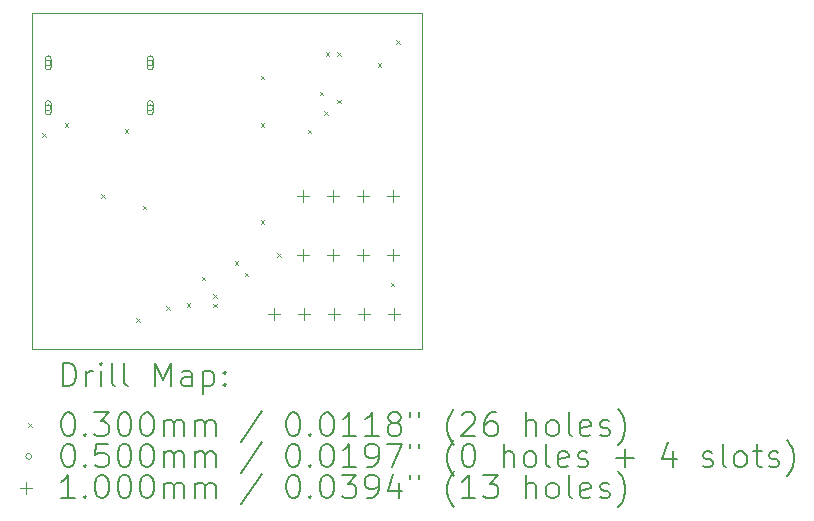
<source format=gbr>
%TF.GenerationSoftware,KiCad,Pcbnew,9.0.7*%
%TF.CreationDate,2026-02-19T23:59:13-05:00*%
%TF.ProjectId,usb_c_sensor_breakout,7573625f-635f-4736-956e-736f725f6272,rev?*%
%TF.SameCoordinates,Original*%
%TF.FileFunction,Drillmap*%
%TF.FilePolarity,Positive*%
%FSLAX45Y45*%
G04 Gerber Fmt 4.5, Leading zero omitted, Abs format (unit mm)*
G04 Created by KiCad (PCBNEW 9.0.7) date 2026-02-19 23:59:13*
%MOMM*%
%LPD*%
G01*
G04 APERTURE LIST*
%ADD10C,0.050000*%
%ADD11C,0.200000*%
%ADD12C,0.100000*%
G04 APERTURE END LIST*
D10*
X12350000Y-6150000D02*
X15650000Y-6150000D01*
X15650000Y-9000000D01*
X12350000Y-9000000D01*
X12350000Y-6150000D01*
D11*
D12*
X12435000Y-7170000D02*
X12465000Y-7200000D01*
X12465000Y-7170000D02*
X12435000Y-7200000D01*
X12628000Y-7085000D02*
X12658000Y-7115000D01*
X12658000Y-7085000D02*
X12628000Y-7115000D01*
X12935000Y-7685000D02*
X12965000Y-7715000D01*
X12965000Y-7685000D02*
X12935000Y-7715000D01*
X13135000Y-7135000D02*
X13165000Y-7165000D01*
X13165000Y-7135000D02*
X13135000Y-7165000D01*
X13231961Y-8738039D02*
X13261961Y-8768039D01*
X13261961Y-8738039D02*
X13231961Y-8768039D01*
X13285000Y-7785000D02*
X13315000Y-7815000D01*
X13315000Y-7785000D02*
X13285000Y-7815000D01*
X13485000Y-8635000D02*
X13515000Y-8665000D01*
X13515000Y-8635000D02*
X13485000Y-8665000D01*
X13660000Y-8610000D02*
X13690000Y-8640000D01*
X13690000Y-8610000D02*
X13660000Y-8640000D01*
X13785000Y-8385000D02*
X13815000Y-8415000D01*
X13815000Y-8385000D02*
X13785000Y-8415000D01*
X13885000Y-8532500D02*
X13915000Y-8562500D01*
X13915000Y-8532500D02*
X13885000Y-8562500D01*
X13885000Y-8612500D02*
X13915000Y-8642500D01*
X13915000Y-8612500D02*
X13885000Y-8642500D01*
X14066569Y-8253431D02*
X14096569Y-8283431D01*
X14096569Y-8253431D02*
X14066569Y-8283431D01*
X14149497Y-8350502D02*
X14179497Y-8380502D01*
X14179497Y-8350502D02*
X14149497Y-8380502D01*
X14285000Y-6685000D02*
X14315000Y-6715000D01*
X14315000Y-6685000D02*
X14285000Y-6715000D01*
X14285000Y-7085000D02*
X14315000Y-7115000D01*
X14315000Y-7085000D02*
X14285000Y-7115000D01*
X14285000Y-7905000D02*
X14315000Y-7935000D01*
X14315000Y-7905000D02*
X14285000Y-7935000D01*
X14425100Y-8185000D02*
X14455100Y-8215000D01*
X14455100Y-8185000D02*
X14425100Y-8215000D01*
X14685000Y-7140000D02*
X14715000Y-7170000D01*
X14715000Y-7140000D02*
X14685000Y-7170000D01*
X14785000Y-6820000D02*
X14815000Y-6850000D01*
X14815000Y-6820000D02*
X14785000Y-6850000D01*
X14822500Y-6985000D02*
X14852500Y-7015000D01*
X14852500Y-6985000D02*
X14822500Y-7015000D01*
X14835000Y-6485000D02*
X14865000Y-6515000D01*
X14865000Y-6485000D02*
X14835000Y-6515000D01*
X14935000Y-6485000D02*
X14965000Y-6515000D01*
X14965000Y-6485000D02*
X14935000Y-6515000D01*
X14935000Y-6885000D02*
X14965000Y-6915000D01*
X14965000Y-6885000D02*
X14935000Y-6915000D01*
X15278000Y-6578000D02*
X15308000Y-6608000D01*
X15308000Y-6578000D02*
X15278000Y-6608000D01*
X15385000Y-8435000D02*
X15415000Y-8465000D01*
X15415000Y-8435000D02*
X15385000Y-8465000D01*
X15435000Y-6385000D02*
X15465000Y-6415000D01*
X15465000Y-6385000D02*
X15435000Y-6415000D01*
X12511000Y-6575000D02*
G75*
G02*
X12461000Y-6575000I-25000J0D01*
G01*
X12461000Y-6575000D02*
G75*
G02*
X12511000Y-6575000I25000J0D01*
G01*
X12511000Y-6610000D02*
X12511000Y-6540000D01*
X12461000Y-6540000D02*
G75*
G02*
X12511000Y-6540000I25000J0D01*
G01*
X12461000Y-6540000D02*
X12461000Y-6610000D01*
X12461000Y-6610000D02*
G75*
G03*
X12511000Y-6610000I25000J0D01*
G01*
X12511000Y-6955000D02*
G75*
G02*
X12461000Y-6955000I-25000J0D01*
G01*
X12461000Y-6955000D02*
G75*
G02*
X12511000Y-6955000I25000J0D01*
G01*
X12511000Y-6990000D02*
X12511000Y-6920000D01*
X12461000Y-6920000D02*
G75*
G02*
X12511000Y-6920000I25000J0D01*
G01*
X12461000Y-6920000D02*
X12461000Y-6990000D01*
X12461000Y-6990000D02*
G75*
G03*
X12511000Y-6990000I25000J0D01*
G01*
X13375000Y-6575000D02*
G75*
G02*
X13325000Y-6575000I-25000J0D01*
G01*
X13325000Y-6575000D02*
G75*
G02*
X13375000Y-6575000I25000J0D01*
G01*
X13375000Y-6610000D02*
X13375000Y-6540000D01*
X13325000Y-6540000D02*
G75*
G02*
X13375000Y-6540000I25000J0D01*
G01*
X13325000Y-6540000D02*
X13325000Y-6610000D01*
X13325000Y-6610000D02*
G75*
G03*
X13375000Y-6610000I25000J0D01*
G01*
X13375000Y-6955000D02*
G75*
G02*
X13325000Y-6955000I-25000J0D01*
G01*
X13325000Y-6955000D02*
G75*
G02*
X13375000Y-6955000I25000J0D01*
G01*
X13375000Y-6990000D02*
X13375000Y-6920000D01*
X13325000Y-6920000D02*
G75*
G02*
X13375000Y-6920000I25000J0D01*
G01*
X13325000Y-6920000D02*
X13325000Y-6990000D01*
X13325000Y-6990000D02*
G75*
G03*
X13375000Y-6990000I25000J0D01*
G01*
X14396000Y-8650000D02*
X14396000Y-8750000D01*
X14346000Y-8700000D02*
X14446000Y-8700000D01*
X14646000Y-7650000D02*
X14646000Y-7750000D01*
X14596000Y-7700000D02*
X14696000Y-7700000D01*
X14646000Y-8150000D02*
X14646000Y-8250000D01*
X14596000Y-8200000D02*
X14696000Y-8200000D01*
X14650000Y-8650000D02*
X14650000Y-8750000D01*
X14600000Y-8700000D02*
X14700000Y-8700000D01*
X14900000Y-7650000D02*
X14900000Y-7750000D01*
X14850000Y-7700000D02*
X14950000Y-7700000D01*
X14900000Y-8150000D02*
X14900000Y-8250000D01*
X14850000Y-8200000D02*
X14950000Y-8200000D01*
X14904000Y-8650000D02*
X14904000Y-8750000D01*
X14854000Y-8700000D02*
X14954000Y-8700000D01*
X15154000Y-7650000D02*
X15154000Y-7750000D01*
X15104000Y-7700000D02*
X15204000Y-7700000D01*
X15154000Y-8150000D02*
X15154000Y-8250000D01*
X15104000Y-8200000D02*
X15204000Y-8200000D01*
X15158000Y-8650000D02*
X15158000Y-8750000D01*
X15108000Y-8700000D02*
X15208000Y-8700000D01*
X15408000Y-7650000D02*
X15408000Y-7750000D01*
X15358000Y-7700000D02*
X15458000Y-7700000D01*
X15408000Y-8150000D02*
X15408000Y-8250000D01*
X15358000Y-8200000D02*
X15458000Y-8200000D01*
X15412000Y-8650000D02*
X15412000Y-8750000D01*
X15362000Y-8700000D02*
X15462000Y-8700000D01*
D11*
X12608277Y-9313984D02*
X12608277Y-9113984D01*
X12608277Y-9113984D02*
X12655896Y-9113984D01*
X12655896Y-9113984D02*
X12684467Y-9123508D01*
X12684467Y-9123508D02*
X12703515Y-9142555D01*
X12703515Y-9142555D02*
X12713039Y-9161603D01*
X12713039Y-9161603D02*
X12722562Y-9199698D01*
X12722562Y-9199698D02*
X12722562Y-9228270D01*
X12722562Y-9228270D02*
X12713039Y-9266365D01*
X12713039Y-9266365D02*
X12703515Y-9285412D01*
X12703515Y-9285412D02*
X12684467Y-9304460D01*
X12684467Y-9304460D02*
X12655896Y-9313984D01*
X12655896Y-9313984D02*
X12608277Y-9313984D01*
X12808277Y-9313984D02*
X12808277Y-9180650D01*
X12808277Y-9218746D02*
X12817801Y-9199698D01*
X12817801Y-9199698D02*
X12827324Y-9190174D01*
X12827324Y-9190174D02*
X12846372Y-9180650D01*
X12846372Y-9180650D02*
X12865420Y-9180650D01*
X12932086Y-9313984D02*
X12932086Y-9180650D01*
X12932086Y-9113984D02*
X12922562Y-9123508D01*
X12922562Y-9123508D02*
X12932086Y-9133031D01*
X12932086Y-9133031D02*
X12941610Y-9123508D01*
X12941610Y-9123508D02*
X12932086Y-9113984D01*
X12932086Y-9113984D02*
X12932086Y-9133031D01*
X13055896Y-9313984D02*
X13036848Y-9304460D01*
X13036848Y-9304460D02*
X13027324Y-9285412D01*
X13027324Y-9285412D02*
X13027324Y-9113984D01*
X13160658Y-9313984D02*
X13141610Y-9304460D01*
X13141610Y-9304460D02*
X13132086Y-9285412D01*
X13132086Y-9285412D02*
X13132086Y-9113984D01*
X13389229Y-9313984D02*
X13389229Y-9113984D01*
X13389229Y-9113984D02*
X13455896Y-9256841D01*
X13455896Y-9256841D02*
X13522562Y-9113984D01*
X13522562Y-9113984D02*
X13522562Y-9313984D01*
X13703515Y-9313984D02*
X13703515Y-9209222D01*
X13703515Y-9209222D02*
X13693991Y-9190174D01*
X13693991Y-9190174D02*
X13674943Y-9180650D01*
X13674943Y-9180650D02*
X13636848Y-9180650D01*
X13636848Y-9180650D02*
X13617801Y-9190174D01*
X13703515Y-9304460D02*
X13684467Y-9313984D01*
X13684467Y-9313984D02*
X13636848Y-9313984D01*
X13636848Y-9313984D02*
X13617801Y-9304460D01*
X13617801Y-9304460D02*
X13608277Y-9285412D01*
X13608277Y-9285412D02*
X13608277Y-9266365D01*
X13608277Y-9266365D02*
X13617801Y-9247317D01*
X13617801Y-9247317D02*
X13636848Y-9237793D01*
X13636848Y-9237793D02*
X13684467Y-9237793D01*
X13684467Y-9237793D02*
X13703515Y-9228270D01*
X13798753Y-9180650D02*
X13798753Y-9380650D01*
X13798753Y-9190174D02*
X13817801Y-9180650D01*
X13817801Y-9180650D02*
X13855896Y-9180650D01*
X13855896Y-9180650D02*
X13874943Y-9190174D01*
X13874943Y-9190174D02*
X13884467Y-9199698D01*
X13884467Y-9199698D02*
X13893991Y-9218746D01*
X13893991Y-9218746D02*
X13893991Y-9275889D01*
X13893991Y-9275889D02*
X13884467Y-9294936D01*
X13884467Y-9294936D02*
X13874943Y-9304460D01*
X13874943Y-9304460D02*
X13855896Y-9313984D01*
X13855896Y-9313984D02*
X13817801Y-9313984D01*
X13817801Y-9313984D02*
X13798753Y-9304460D01*
X13979705Y-9294936D02*
X13989229Y-9304460D01*
X13989229Y-9304460D02*
X13979705Y-9313984D01*
X13979705Y-9313984D02*
X13970182Y-9304460D01*
X13970182Y-9304460D02*
X13979705Y-9294936D01*
X13979705Y-9294936D02*
X13979705Y-9313984D01*
X13979705Y-9190174D02*
X13989229Y-9199698D01*
X13989229Y-9199698D02*
X13979705Y-9209222D01*
X13979705Y-9209222D02*
X13970182Y-9199698D01*
X13970182Y-9199698D02*
X13979705Y-9190174D01*
X13979705Y-9190174D02*
X13979705Y-9209222D01*
D12*
X12317500Y-9627500D02*
X12347500Y-9657500D01*
X12347500Y-9627500D02*
X12317500Y-9657500D01*
D11*
X12646372Y-9533984D02*
X12665420Y-9533984D01*
X12665420Y-9533984D02*
X12684467Y-9543508D01*
X12684467Y-9543508D02*
X12693991Y-9553031D01*
X12693991Y-9553031D02*
X12703515Y-9572079D01*
X12703515Y-9572079D02*
X12713039Y-9610174D01*
X12713039Y-9610174D02*
X12713039Y-9657793D01*
X12713039Y-9657793D02*
X12703515Y-9695889D01*
X12703515Y-9695889D02*
X12693991Y-9714936D01*
X12693991Y-9714936D02*
X12684467Y-9724460D01*
X12684467Y-9724460D02*
X12665420Y-9733984D01*
X12665420Y-9733984D02*
X12646372Y-9733984D01*
X12646372Y-9733984D02*
X12627324Y-9724460D01*
X12627324Y-9724460D02*
X12617801Y-9714936D01*
X12617801Y-9714936D02*
X12608277Y-9695889D01*
X12608277Y-9695889D02*
X12598753Y-9657793D01*
X12598753Y-9657793D02*
X12598753Y-9610174D01*
X12598753Y-9610174D02*
X12608277Y-9572079D01*
X12608277Y-9572079D02*
X12617801Y-9553031D01*
X12617801Y-9553031D02*
X12627324Y-9543508D01*
X12627324Y-9543508D02*
X12646372Y-9533984D01*
X12798753Y-9714936D02*
X12808277Y-9724460D01*
X12808277Y-9724460D02*
X12798753Y-9733984D01*
X12798753Y-9733984D02*
X12789229Y-9724460D01*
X12789229Y-9724460D02*
X12798753Y-9714936D01*
X12798753Y-9714936D02*
X12798753Y-9733984D01*
X12874943Y-9533984D02*
X12998753Y-9533984D01*
X12998753Y-9533984D02*
X12932086Y-9610174D01*
X12932086Y-9610174D02*
X12960658Y-9610174D01*
X12960658Y-9610174D02*
X12979705Y-9619698D01*
X12979705Y-9619698D02*
X12989229Y-9629222D01*
X12989229Y-9629222D02*
X12998753Y-9648270D01*
X12998753Y-9648270D02*
X12998753Y-9695889D01*
X12998753Y-9695889D02*
X12989229Y-9714936D01*
X12989229Y-9714936D02*
X12979705Y-9724460D01*
X12979705Y-9724460D02*
X12960658Y-9733984D01*
X12960658Y-9733984D02*
X12903515Y-9733984D01*
X12903515Y-9733984D02*
X12884467Y-9724460D01*
X12884467Y-9724460D02*
X12874943Y-9714936D01*
X13122562Y-9533984D02*
X13141610Y-9533984D01*
X13141610Y-9533984D02*
X13160658Y-9543508D01*
X13160658Y-9543508D02*
X13170182Y-9553031D01*
X13170182Y-9553031D02*
X13179705Y-9572079D01*
X13179705Y-9572079D02*
X13189229Y-9610174D01*
X13189229Y-9610174D02*
X13189229Y-9657793D01*
X13189229Y-9657793D02*
X13179705Y-9695889D01*
X13179705Y-9695889D02*
X13170182Y-9714936D01*
X13170182Y-9714936D02*
X13160658Y-9724460D01*
X13160658Y-9724460D02*
X13141610Y-9733984D01*
X13141610Y-9733984D02*
X13122562Y-9733984D01*
X13122562Y-9733984D02*
X13103515Y-9724460D01*
X13103515Y-9724460D02*
X13093991Y-9714936D01*
X13093991Y-9714936D02*
X13084467Y-9695889D01*
X13084467Y-9695889D02*
X13074943Y-9657793D01*
X13074943Y-9657793D02*
X13074943Y-9610174D01*
X13074943Y-9610174D02*
X13084467Y-9572079D01*
X13084467Y-9572079D02*
X13093991Y-9553031D01*
X13093991Y-9553031D02*
X13103515Y-9543508D01*
X13103515Y-9543508D02*
X13122562Y-9533984D01*
X13313039Y-9533984D02*
X13332086Y-9533984D01*
X13332086Y-9533984D02*
X13351134Y-9543508D01*
X13351134Y-9543508D02*
X13360658Y-9553031D01*
X13360658Y-9553031D02*
X13370182Y-9572079D01*
X13370182Y-9572079D02*
X13379705Y-9610174D01*
X13379705Y-9610174D02*
X13379705Y-9657793D01*
X13379705Y-9657793D02*
X13370182Y-9695889D01*
X13370182Y-9695889D02*
X13360658Y-9714936D01*
X13360658Y-9714936D02*
X13351134Y-9724460D01*
X13351134Y-9724460D02*
X13332086Y-9733984D01*
X13332086Y-9733984D02*
X13313039Y-9733984D01*
X13313039Y-9733984D02*
X13293991Y-9724460D01*
X13293991Y-9724460D02*
X13284467Y-9714936D01*
X13284467Y-9714936D02*
X13274943Y-9695889D01*
X13274943Y-9695889D02*
X13265420Y-9657793D01*
X13265420Y-9657793D02*
X13265420Y-9610174D01*
X13265420Y-9610174D02*
X13274943Y-9572079D01*
X13274943Y-9572079D02*
X13284467Y-9553031D01*
X13284467Y-9553031D02*
X13293991Y-9543508D01*
X13293991Y-9543508D02*
X13313039Y-9533984D01*
X13465420Y-9733984D02*
X13465420Y-9600650D01*
X13465420Y-9619698D02*
X13474943Y-9610174D01*
X13474943Y-9610174D02*
X13493991Y-9600650D01*
X13493991Y-9600650D02*
X13522563Y-9600650D01*
X13522563Y-9600650D02*
X13541610Y-9610174D01*
X13541610Y-9610174D02*
X13551134Y-9629222D01*
X13551134Y-9629222D02*
X13551134Y-9733984D01*
X13551134Y-9629222D02*
X13560658Y-9610174D01*
X13560658Y-9610174D02*
X13579705Y-9600650D01*
X13579705Y-9600650D02*
X13608277Y-9600650D01*
X13608277Y-9600650D02*
X13627324Y-9610174D01*
X13627324Y-9610174D02*
X13636848Y-9629222D01*
X13636848Y-9629222D02*
X13636848Y-9733984D01*
X13732086Y-9733984D02*
X13732086Y-9600650D01*
X13732086Y-9619698D02*
X13741610Y-9610174D01*
X13741610Y-9610174D02*
X13760658Y-9600650D01*
X13760658Y-9600650D02*
X13789229Y-9600650D01*
X13789229Y-9600650D02*
X13808277Y-9610174D01*
X13808277Y-9610174D02*
X13817801Y-9629222D01*
X13817801Y-9629222D02*
X13817801Y-9733984D01*
X13817801Y-9629222D02*
X13827324Y-9610174D01*
X13827324Y-9610174D02*
X13846372Y-9600650D01*
X13846372Y-9600650D02*
X13874943Y-9600650D01*
X13874943Y-9600650D02*
X13893991Y-9610174D01*
X13893991Y-9610174D02*
X13903515Y-9629222D01*
X13903515Y-9629222D02*
X13903515Y-9733984D01*
X14293991Y-9524460D02*
X14122563Y-9781603D01*
X14551134Y-9533984D02*
X14570182Y-9533984D01*
X14570182Y-9533984D02*
X14589229Y-9543508D01*
X14589229Y-9543508D02*
X14598753Y-9553031D01*
X14598753Y-9553031D02*
X14608277Y-9572079D01*
X14608277Y-9572079D02*
X14617801Y-9610174D01*
X14617801Y-9610174D02*
X14617801Y-9657793D01*
X14617801Y-9657793D02*
X14608277Y-9695889D01*
X14608277Y-9695889D02*
X14598753Y-9714936D01*
X14598753Y-9714936D02*
X14589229Y-9724460D01*
X14589229Y-9724460D02*
X14570182Y-9733984D01*
X14570182Y-9733984D02*
X14551134Y-9733984D01*
X14551134Y-9733984D02*
X14532086Y-9724460D01*
X14532086Y-9724460D02*
X14522563Y-9714936D01*
X14522563Y-9714936D02*
X14513039Y-9695889D01*
X14513039Y-9695889D02*
X14503515Y-9657793D01*
X14503515Y-9657793D02*
X14503515Y-9610174D01*
X14503515Y-9610174D02*
X14513039Y-9572079D01*
X14513039Y-9572079D02*
X14522563Y-9553031D01*
X14522563Y-9553031D02*
X14532086Y-9543508D01*
X14532086Y-9543508D02*
X14551134Y-9533984D01*
X14703515Y-9714936D02*
X14713039Y-9724460D01*
X14713039Y-9724460D02*
X14703515Y-9733984D01*
X14703515Y-9733984D02*
X14693991Y-9724460D01*
X14693991Y-9724460D02*
X14703515Y-9714936D01*
X14703515Y-9714936D02*
X14703515Y-9733984D01*
X14836848Y-9533984D02*
X14855896Y-9533984D01*
X14855896Y-9533984D02*
X14874944Y-9543508D01*
X14874944Y-9543508D02*
X14884467Y-9553031D01*
X14884467Y-9553031D02*
X14893991Y-9572079D01*
X14893991Y-9572079D02*
X14903515Y-9610174D01*
X14903515Y-9610174D02*
X14903515Y-9657793D01*
X14903515Y-9657793D02*
X14893991Y-9695889D01*
X14893991Y-9695889D02*
X14884467Y-9714936D01*
X14884467Y-9714936D02*
X14874944Y-9724460D01*
X14874944Y-9724460D02*
X14855896Y-9733984D01*
X14855896Y-9733984D02*
X14836848Y-9733984D01*
X14836848Y-9733984D02*
X14817801Y-9724460D01*
X14817801Y-9724460D02*
X14808277Y-9714936D01*
X14808277Y-9714936D02*
X14798753Y-9695889D01*
X14798753Y-9695889D02*
X14789229Y-9657793D01*
X14789229Y-9657793D02*
X14789229Y-9610174D01*
X14789229Y-9610174D02*
X14798753Y-9572079D01*
X14798753Y-9572079D02*
X14808277Y-9553031D01*
X14808277Y-9553031D02*
X14817801Y-9543508D01*
X14817801Y-9543508D02*
X14836848Y-9533984D01*
X15093991Y-9733984D02*
X14979706Y-9733984D01*
X15036848Y-9733984D02*
X15036848Y-9533984D01*
X15036848Y-9533984D02*
X15017801Y-9562555D01*
X15017801Y-9562555D02*
X14998753Y-9581603D01*
X14998753Y-9581603D02*
X14979706Y-9591127D01*
X15284467Y-9733984D02*
X15170182Y-9733984D01*
X15227325Y-9733984D02*
X15227325Y-9533984D01*
X15227325Y-9533984D02*
X15208277Y-9562555D01*
X15208277Y-9562555D02*
X15189229Y-9581603D01*
X15189229Y-9581603D02*
X15170182Y-9591127D01*
X15398753Y-9619698D02*
X15379706Y-9610174D01*
X15379706Y-9610174D02*
X15370182Y-9600650D01*
X15370182Y-9600650D02*
X15360658Y-9581603D01*
X15360658Y-9581603D02*
X15360658Y-9572079D01*
X15360658Y-9572079D02*
X15370182Y-9553031D01*
X15370182Y-9553031D02*
X15379706Y-9543508D01*
X15379706Y-9543508D02*
X15398753Y-9533984D01*
X15398753Y-9533984D02*
X15436848Y-9533984D01*
X15436848Y-9533984D02*
X15455896Y-9543508D01*
X15455896Y-9543508D02*
X15465420Y-9553031D01*
X15465420Y-9553031D02*
X15474944Y-9572079D01*
X15474944Y-9572079D02*
X15474944Y-9581603D01*
X15474944Y-9581603D02*
X15465420Y-9600650D01*
X15465420Y-9600650D02*
X15455896Y-9610174D01*
X15455896Y-9610174D02*
X15436848Y-9619698D01*
X15436848Y-9619698D02*
X15398753Y-9619698D01*
X15398753Y-9619698D02*
X15379706Y-9629222D01*
X15379706Y-9629222D02*
X15370182Y-9638746D01*
X15370182Y-9638746D02*
X15360658Y-9657793D01*
X15360658Y-9657793D02*
X15360658Y-9695889D01*
X15360658Y-9695889D02*
X15370182Y-9714936D01*
X15370182Y-9714936D02*
X15379706Y-9724460D01*
X15379706Y-9724460D02*
X15398753Y-9733984D01*
X15398753Y-9733984D02*
X15436848Y-9733984D01*
X15436848Y-9733984D02*
X15455896Y-9724460D01*
X15455896Y-9724460D02*
X15465420Y-9714936D01*
X15465420Y-9714936D02*
X15474944Y-9695889D01*
X15474944Y-9695889D02*
X15474944Y-9657793D01*
X15474944Y-9657793D02*
X15465420Y-9638746D01*
X15465420Y-9638746D02*
X15455896Y-9629222D01*
X15455896Y-9629222D02*
X15436848Y-9619698D01*
X15551134Y-9533984D02*
X15551134Y-9572079D01*
X15627325Y-9533984D02*
X15627325Y-9572079D01*
X15922563Y-9810174D02*
X15913039Y-9800650D01*
X15913039Y-9800650D02*
X15893991Y-9772079D01*
X15893991Y-9772079D02*
X15884468Y-9753031D01*
X15884468Y-9753031D02*
X15874944Y-9724460D01*
X15874944Y-9724460D02*
X15865420Y-9676841D01*
X15865420Y-9676841D02*
X15865420Y-9638746D01*
X15865420Y-9638746D02*
X15874944Y-9591127D01*
X15874944Y-9591127D02*
X15884468Y-9562555D01*
X15884468Y-9562555D02*
X15893991Y-9543508D01*
X15893991Y-9543508D02*
X15913039Y-9514936D01*
X15913039Y-9514936D02*
X15922563Y-9505412D01*
X15989229Y-9553031D02*
X15998753Y-9543508D01*
X15998753Y-9543508D02*
X16017801Y-9533984D01*
X16017801Y-9533984D02*
X16065420Y-9533984D01*
X16065420Y-9533984D02*
X16084468Y-9543508D01*
X16084468Y-9543508D02*
X16093991Y-9553031D01*
X16093991Y-9553031D02*
X16103515Y-9572079D01*
X16103515Y-9572079D02*
X16103515Y-9591127D01*
X16103515Y-9591127D02*
X16093991Y-9619698D01*
X16093991Y-9619698D02*
X15979706Y-9733984D01*
X15979706Y-9733984D02*
X16103515Y-9733984D01*
X16274944Y-9533984D02*
X16236848Y-9533984D01*
X16236848Y-9533984D02*
X16217801Y-9543508D01*
X16217801Y-9543508D02*
X16208277Y-9553031D01*
X16208277Y-9553031D02*
X16189229Y-9581603D01*
X16189229Y-9581603D02*
X16179706Y-9619698D01*
X16179706Y-9619698D02*
X16179706Y-9695889D01*
X16179706Y-9695889D02*
X16189229Y-9714936D01*
X16189229Y-9714936D02*
X16198753Y-9724460D01*
X16198753Y-9724460D02*
X16217801Y-9733984D01*
X16217801Y-9733984D02*
X16255896Y-9733984D01*
X16255896Y-9733984D02*
X16274944Y-9724460D01*
X16274944Y-9724460D02*
X16284468Y-9714936D01*
X16284468Y-9714936D02*
X16293991Y-9695889D01*
X16293991Y-9695889D02*
X16293991Y-9648270D01*
X16293991Y-9648270D02*
X16284468Y-9629222D01*
X16284468Y-9629222D02*
X16274944Y-9619698D01*
X16274944Y-9619698D02*
X16255896Y-9610174D01*
X16255896Y-9610174D02*
X16217801Y-9610174D01*
X16217801Y-9610174D02*
X16198753Y-9619698D01*
X16198753Y-9619698D02*
X16189229Y-9629222D01*
X16189229Y-9629222D02*
X16179706Y-9648270D01*
X16532087Y-9733984D02*
X16532087Y-9533984D01*
X16617801Y-9733984D02*
X16617801Y-9629222D01*
X16617801Y-9629222D02*
X16608277Y-9610174D01*
X16608277Y-9610174D02*
X16589230Y-9600650D01*
X16589230Y-9600650D02*
X16560658Y-9600650D01*
X16560658Y-9600650D02*
X16541610Y-9610174D01*
X16541610Y-9610174D02*
X16532087Y-9619698D01*
X16741610Y-9733984D02*
X16722563Y-9724460D01*
X16722563Y-9724460D02*
X16713039Y-9714936D01*
X16713039Y-9714936D02*
X16703515Y-9695889D01*
X16703515Y-9695889D02*
X16703515Y-9638746D01*
X16703515Y-9638746D02*
X16713039Y-9619698D01*
X16713039Y-9619698D02*
X16722563Y-9610174D01*
X16722563Y-9610174D02*
X16741610Y-9600650D01*
X16741610Y-9600650D02*
X16770182Y-9600650D01*
X16770182Y-9600650D02*
X16789230Y-9610174D01*
X16789230Y-9610174D02*
X16798753Y-9619698D01*
X16798753Y-9619698D02*
X16808277Y-9638746D01*
X16808277Y-9638746D02*
X16808277Y-9695889D01*
X16808277Y-9695889D02*
X16798753Y-9714936D01*
X16798753Y-9714936D02*
X16789230Y-9724460D01*
X16789230Y-9724460D02*
X16770182Y-9733984D01*
X16770182Y-9733984D02*
X16741610Y-9733984D01*
X16922563Y-9733984D02*
X16903515Y-9724460D01*
X16903515Y-9724460D02*
X16893992Y-9705412D01*
X16893992Y-9705412D02*
X16893992Y-9533984D01*
X17074944Y-9724460D02*
X17055896Y-9733984D01*
X17055896Y-9733984D02*
X17017801Y-9733984D01*
X17017801Y-9733984D02*
X16998753Y-9724460D01*
X16998753Y-9724460D02*
X16989230Y-9705412D01*
X16989230Y-9705412D02*
X16989230Y-9629222D01*
X16989230Y-9629222D02*
X16998753Y-9610174D01*
X16998753Y-9610174D02*
X17017801Y-9600650D01*
X17017801Y-9600650D02*
X17055896Y-9600650D01*
X17055896Y-9600650D02*
X17074944Y-9610174D01*
X17074944Y-9610174D02*
X17084468Y-9629222D01*
X17084468Y-9629222D02*
X17084468Y-9648270D01*
X17084468Y-9648270D02*
X16989230Y-9667317D01*
X17160658Y-9724460D02*
X17179706Y-9733984D01*
X17179706Y-9733984D02*
X17217801Y-9733984D01*
X17217801Y-9733984D02*
X17236849Y-9724460D01*
X17236849Y-9724460D02*
X17246373Y-9705412D01*
X17246373Y-9705412D02*
X17246373Y-9695889D01*
X17246373Y-9695889D02*
X17236849Y-9676841D01*
X17236849Y-9676841D02*
X17217801Y-9667317D01*
X17217801Y-9667317D02*
X17189230Y-9667317D01*
X17189230Y-9667317D02*
X17170182Y-9657793D01*
X17170182Y-9657793D02*
X17160658Y-9638746D01*
X17160658Y-9638746D02*
X17160658Y-9629222D01*
X17160658Y-9629222D02*
X17170182Y-9610174D01*
X17170182Y-9610174D02*
X17189230Y-9600650D01*
X17189230Y-9600650D02*
X17217801Y-9600650D01*
X17217801Y-9600650D02*
X17236849Y-9610174D01*
X17313039Y-9810174D02*
X17322563Y-9800650D01*
X17322563Y-9800650D02*
X17341611Y-9772079D01*
X17341611Y-9772079D02*
X17351134Y-9753031D01*
X17351134Y-9753031D02*
X17360658Y-9724460D01*
X17360658Y-9724460D02*
X17370182Y-9676841D01*
X17370182Y-9676841D02*
X17370182Y-9638746D01*
X17370182Y-9638746D02*
X17360658Y-9591127D01*
X17360658Y-9591127D02*
X17351134Y-9562555D01*
X17351134Y-9562555D02*
X17341611Y-9543508D01*
X17341611Y-9543508D02*
X17322563Y-9514936D01*
X17322563Y-9514936D02*
X17313039Y-9505412D01*
D12*
X12347500Y-9906500D02*
G75*
G02*
X12297500Y-9906500I-25000J0D01*
G01*
X12297500Y-9906500D02*
G75*
G02*
X12347500Y-9906500I25000J0D01*
G01*
D11*
X12646372Y-9797984D02*
X12665420Y-9797984D01*
X12665420Y-9797984D02*
X12684467Y-9807508D01*
X12684467Y-9807508D02*
X12693991Y-9817031D01*
X12693991Y-9817031D02*
X12703515Y-9836079D01*
X12703515Y-9836079D02*
X12713039Y-9874174D01*
X12713039Y-9874174D02*
X12713039Y-9921793D01*
X12713039Y-9921793D02*
X12703515Y-9959889D01*
X12703515Y-9959889D02*
X12693991Y-9978936D01*
X12693991Y-9978936D02*
X12684467Y-9988460D01*
X12684467Y-9988460D02*
X12665420Y-9997984D01*
X12665420Y-9997984D02*
X12646372Y-9997984D01*
X12646372Y-9997984D02*
X12627324Y-9988460D01*
X12627324Y-9988460D02*
X12617801Y-9978936D01*
X12617801Y-9978936D02*
X12608277Y-9959889D01*
X12608277Y-9959889D02*
X12598753Y-9921793D01*
X12598753Y-9921793D02*
X12598753Y-9874174D01*
X12598753Y-9874174D02*
X12608277Y-9836079D01*
X12608277Y-9836079D02*
X12617801Y-9817031D01*
X12617801Y-9817031D02*
X12627324Y-9807508D01*
X12627324Y-9807508D02*
X12646372Y-9797984D01*
X12798753Y-9978936D02*
X12808277Y-9988460D01*
X12808277Y-9988460D02*
X12798753Y-9997984D01*
X12798753Y-9997984D02*
X12789229Y-9988460D01*
X12789229Y-9988460D02*
X12798753Y-9978936D01*
X12798753Y-9978936D02*
X12798753Y-9997984D01*
X12989229Y-9797984D02*
X12893991Y-9797984D01*
X12893991Y-9797984D02*
X12884467Y-9893222D01*
X12884467Y-9893222D02*
X12893991Y-9883698D01*
X12893991Y-9883698D02*
X12913039Y-9874174D01*
X12913039Y-9874174D02*
X12960658Y-9874174D01*
X12960658Y-9874174D02*
X12979705Y-9883698D01*
X12979705Y-9883698D02*
X12989229Y-9893222D01*
X12989229Y-9893222D02*
X12998753Y-9912270D01*
X12998753Y-9912270D02*
X12998753Y-9959889D01*
X12998753Y-9959889D02*
X12989229Y-9978936D01*
X12989229Y-9978936D02*
X12979705Y-9988460D01*
X12979705Y-9988460D02*
X12960658Y-9997984D01*
X12960658Y-9997984D02*
X12913039Y-9997984D01*
X12913039Y-9997984D02*
X12893991Y-9988460D01*
X12893991Y-9988460D02*
X12884467Y-9978936D01*
X13122562Y-9797984D02*
X13141610Y-9797984D01*
X13141610Y-9797984D02*
X13160658Y-9807508D01*
X13160658Y-9807508D02*
X13170182Y-9817031D01*
X13170182Y-9817031D02*
X13179705Y-9836079D01*
X13179705Y-9836079D02*
X13189229Y-9874174D01*
X13189229Y-9874174D02*
X13189229Y-9921793D01*
X13189229Y-9921793D02*
X13179705Y-9959889D01*
X13179705Y-9959889D02*
X13170182Y-9978936D01*
X13170182Y-9978936D02*
X13160658Y-9988460D01*
X13160658Y-9988460D02*
X13141610Y-9997984D01*
X13141610Y-9997984D02*
X13122562Y-9997984D01*
X13122562Y-9997984D02*
X13103515Y-9988460D01*
X13103515Y-9988460D02*
X13093991Y-9978936D01*
X13093991Y-9978936D02*
X13084467Y-9959889D01*
X13084467Y-9959889D02*
X13074943Y-9921793D01*
X13074943Y-9921793D02*
X13074943Y-9874174D01*
X13074943Y-9874174D02*
X13084467Y-9836079D01*
X13084467Y-9836079D02*
X13093991Y-9817031D01*
X13093991Y-9817031D02*
X13103515Y-9807508D01*
X13103515Y-9807508D02*
X13122562Y-9797984D01*
X13313039Y-9797984D02*
X13332086Y-9797984D01*
X13332086Y-9797984D02*
X13351134Y-9807508D01*
X13351134Y-9807508D02*
X13360658Y-9817031D01*
X13360658Y-9817031D02*
X13370182Y-9836079D01*
X13370182Y-9836079D02*
X13379705Y-9874174D01*
X13379705Y-9874174D02*
X13379705Y-9921793D01*
X13379705Y-9921793D02*
X13370182Y-9959889D01*
X13370182Y-9959889D02*
X13360658Y-9978936D01*
X13360658Y-9978936D02*
X13351134Y-9988460D01*
X13351134Y-9988460D02*
X13332086Y-9997984D01*
X13332086Y-9997984D02*
X13313039Y-9997984D01*
X13313039Y-9997984D02*
X13293991Y-9988460D01*
X13293991Y-9988460D02*
X13284467Y-9978936D01*
X13284467Y-9978936D02*
X13274943Y-9959889D01*
X13274943Y-9959889D02*
X13265420Y-9921793D01*
X13265420Y-9921793D02*
X13265420Y-9874174D01*
X13265420Y-9874174D02*
X13274943Y-9836079D01*
X13274943Y-9836079D02*
X13284467Y-9817031D01*
X13284467Y-9817031D02*
X13293991Y-9807508D01*
X13293991Y-9807508D02*
X13313039Y-9797984D01*
X13465420Y-9997984D02*
X13465420Y-9864650D01*
X13465420Y-9883698D02*
X13474943Y-9874174D01*
X13474943Y-9874174D02*
X13493991Y-9864650D01*
X13493991Y-9864650D02*
X13522563Y-9864650D01*
X13522563Y-9864650D02*
X13541610Y-9874174D01*
X13541610Y-9874174D02*
X13551134Y-9893222D01*
X13551134Y-9893222D02*
X13551134Y-9997984D01*
X13551134Y-9893222D02*
X13560658Y-9874174D01*
X13560658Y-9874174D02*
X13579705Y-9864650D01*
X13579705Y-9864650D02*
X13608277Y-9864650D01*
X13608277Y-9864650D02*
X13627324Y-9874174D01*
X13627324Y-9874174D02*
X13636848Y-9893222D01*
X13636848Y-9893222D02*
X13636848Y-9997984D01*
X13732086Y-9997984D02*
X13732086Y-9864650D01*
X13732086Y-9883698D02*
X13741610Y-9874174D01*
X13741610Y-9874174D02*
X13760658Y-9864650D01*
X13760658Y-9864650D02*
X13789229Y-9864650D01*
X13789229Y-9864650D02*
X13808277Y-9874174D01*
X13808277Y-9874174D02*
X13817801Y-9893222D01*
X13817801Y-9893222D02*
X13817801Y-9997984D01*
X13817801Y-9893222D02*
X13827324Y-9874174D01*
X13827324Y-9874174D02*
X13846372Y-9864650D01*
X13846372Y-9864650D02*
X13874943Y-9864650D01*
X13874943Y-9864650D02*
X13893991Y-9874174D01*
X13893991Y-9874174D02*
X13903515Y-9893222D01*
X13903515Y-9893222D02*
X13903515Y-9997984D01*
X14293991Y-9788460D02*
X14122563Y-10045603D01*
X14551134Y-9797984D02*
X14570182Y-9797984D01*
X14570182Y-9797984D02*
X14589229Y-9807508D01*
X14589229Y-9807508D02*
X14598753Y-9817031D01*
X14598753Y-9817031D02*
X14608277Y-9836079D01*
X14608277Y-9836079D02*
X14617801Y-9874174D01*
X14617801Y-9874174D02*
X14617801Y-9921793D01*
X14617801Y-9921793D02*
X14608277Y-9959889D01*
X14608277Y-9959889D02*
X14598753Y-9978936D01*
X14598753Y-9978936D02*
X14589229Y-9988460D01*
X14589229Y-9988460D02*
X14570182Y-9997984D01*
X14570182Y-9997984D02*
X14551134Y-9997984D01*
X14551134Y-9997984D02*
X14532086Y-9988460D01*
X14532086Y-9988460D02*
X14522563Y-9978936D01*
X14522563Y-9978936D02*
X14513039Y-9959889D01*
X14513039Y-9959889D02*
X14503515Y-9921793D01*
X14503515Y-9921793D02*
X14503515Y-9874174D01*
X14503515Y-9874174D02*
X14513039Y-9836079D01*
X14513039Y-9836079D02*
X14522563Y-9817031D01*
X14522563Y-9817031D02*
X14532086Y-9807508D01*
X14532086Y-9807508D02*
X14551134Y-9797984D01*
X14703515Y-9978936D02*
X14713039Y-9988460D01*
X14713039Y-9988460D02*
X14703515Y-9997984D01*
X14703515Y-9997984D02*
X14693991Y-9988460D01*
X14693991Y-9988460D02*
X14703515Y-9978936D01*
X14703515Y-9978936D02*
X14703515Y-9997984D01*
X14836848Y-9797984D02*
X14855896Y-9797984D01*
X14855896Y-9797984D02*
X14874944Y-9807508D01*
X14874944Y-9807508D02*
X14884467Y-9817031D01*
X14884467Y-9817031D02*
X14893991Y-9836079D01*
X14893991Y-9836079D02*
X14903515Y-9874174D01*
X14903515Y-9874174D02*
X14903515Y-9921793D01*
X14903515Y-9921793D02*
X14893991Y-9959889D01*
X14893991Y-9959889D02*
X14884467Y-9978936D01*
X14884467Y-9978936D02*
X14874944Y-9988460D01*
X14874944Y-9988460D02*
X14855896Y-9997984D01*
X14855896Y-9997984D02*
X14836848Y-9997984D01*
X14836848Y-9997984D02*
X14817801Y-9988460D01*
X14817801Y-9988460D02*
X14808277Y-9978936D01*
X14808277Y-9978936D02*
X14798753Y-9959889D01*
X14798753Y-9959889D02*
X14789229Y-9921793D01*
X14789229Y-9921793D02*
X14789229Y-9874174D01*
X14789229Y-9874174D02*
X14798753Y-9836079D01*
X14798753Y-9836079D02*
X14808277Y-9817031D01*
X14808277Y-9817031D02*
X14817801Y-9807508D01*
X14817801Y-9807508D02*
X14836848Y-9797984D01*
X15093991Y-9997984D02*
X14979706Y-9997984D01*
X15036848Y-9997984D02*
X15036848Y-9797984D01*
X15036848Y-9797984D02*
X15017801Y-9826555D01*
X15017801Y-9826555D02*
X14998753Y-9845603D01*
X14998753Y-9845603D02*
X14979706Y-9855127D01*
X15189229Y-9997984D02*
X15227325Y-9997984D01*
X15227325Y-9997984D02*
X15246372Y-9988460D01*
X15246372Y-9988460D02*
X15255896Y-9978936D01*
X15255896Y-9978936D02*
X15274944Y-9950365D01*
X15274944Y-9950365D02*
X15284467Y-9912270D01*
X15284467Y-9912270D02*
X15284467Y-9836079D01*
X15284467Y-9836079D02*
X15274944Y-9817031D01*
X15274944Y-9817031D02*
X15265420Y-9807508D01*
X15265420Y-9807508D02*
X15246372Y-9797984D01*
X15246372Y-9797984D02*
X15208277Y-9797984D01*
X15208277Y-9797984D02*
X15189229Y-9807508D01*
X15189229Y-9807508D02*
X15179706Y-9817031D01*
X15179706Y-9817031D02*
X15170182Y-9836079D01*
X15170182Y-9836079D02*
X15170182Y-9883698D01*
X15170182Y-9883698D02*
X15179706Y-9902746D01*
X15179706Y-9902746D02*
X15189229Y-9912270D01*
X15189229Y-9912270D02*
X15208277Y-9921793D01*
X15208277Y-9921793D02*
X15246372Y-9921793D01*
X15246372Y-9921793D02*
X15265420Y-9912270D01*
X15265420Y-9912270D02*
X15274944Y-9902746D01*
X15274944Y-9902746D02*
X15284467Y-9883698D01*
X15351134Y-9797984D02*
X15484467Y-9797984D01*
X15484467Y-9797984D02*
X15398753Y-9997984D01*
X15551134Y-9797984D02*
X15551134Y-9836079D01*
X15627325Y-9797984D02*
X15627325Y-9836079D01*
X15922563Y-10074174D02*
X15913039Y-10064650D01*
X15913039Y-10064650D02*
X15893991Y-10036079D01*
X15893991Y-10036079D02*
X15884468Y-10017031D01*
X15884468Y-10017031D02*
X15874944Y-9988460D01*
X15874944Y-9988460D02*
X15865420Y-9940841D01*
X15865420Y-9940841D02*
X15865420Y-9902746D01*
X15865420Y-9902746D02*
X15874944Y-9855127D01*
X15874944Y-9855127D02*
X15884468Y-9826555D01*
X15884468Y-9826555D02*
X15893991Y-9807508D01*
X15893991Y-9807508D02*
X15913039Y-9778936D01*
X15913039Y-9778936D02*
X15922563Y-9769412D01*
X16036848Y-9797984D02*
X16055896Y-9797984D01*
X16055896Y-9797984D02*
X16074944Y-9807508D01*
X16074944Y-9807508D02*
X16084468Y-9817031D01*
X16084468Y-9817031D02*
X16093991Y-9836079D01*
X16093991Y-9836079D02*
X16103515Y-9874174D01*
X16103515Y-9874174D02*
X16103515Y-9921793D01*
X16103515Y-9921793D02*
X16093991Y-9959889D01*
X16093991Y-9959889D02*
X16084468Y-9978936D01*
X16084468Y-9978936D02*
X16074944Y-9988460D01*
X16074944Y-9988460D02*
X16055896Y-9997984D01*
X16055896Y-9997984D02*
X16036848Y-9997984D01*
X16036848Y-9997984D02*
X16017801Y-9988460D01*
X16017801Y-9988460D02*
X16008277Y-9978936D01*
X16008277Y-9978936D02*
X15998753Y-9959889D01*
X15998753Y-9959889D02*
X15989229Y-9921793D01*
X15989229Y-9921793D02*
X15989229Y-9874174D01*
X15989229Y-9874174D02*
X15998753Y-9836079D01*
X15998753Y-9836079D02*
X16008277Y-9817031D01*
X16008277Y-9817031D02*
X16017801Y-9807508D01*
X16017801Y-9807508D02*
X16036848Y-9797984D01*
X16341610Y-9997984D02*
X16341610Y-9797984D01*
X16427325Y-9997984D02*
X16427325Y-9893222D01*
X16427325Y-9893222D02*
X16417801Y-9874174D01*
X16417801Y-9874174D02*
X16398753Y-9864650D01*
X16398753Y-9864650D02*
X16370182Y-9864650D01*
X16370182Y-9864650D02*
X16351134Y-9874174D01*
X16351134Y-9874174D02*
X16341610Y-9883698D01*
X16551134Y-9997984D02*
X16532087Y-9988460D01*
X16532087Y-9988460D02*
X16522563Y-9978936D01*
X16522563Y-9978936D02*
X16513039Y-9959889D01*
X16513039Y-9959889D02*
X16513039Y-9902746D01*
X16513039Y-9902746D02*
X16522563Y-9883698D01*
X16522563Y-9883698D02*
X16532087Y-9874174D01*
X16532087Y-9874174D02*
X16551134Y-9864650D01*
X16551134Y-9864650D02*
X16579706Y-9864650D01*
X16579706Y-9864650D02*
X16598753Y-9874174D01*
X16598753Y-9874174D02*
X16608277Y-9883698D01*
X16608277Y-9883698D02*
X16617801Y-9902746D01*
X16617801Y-9902746D02*
X16617801Y-9959889D01*
X16617801Y-9959889D02*
X16608277Y-9978936D01*
X16608277Y-9978936D02*
X16598753Y-9988460D01*
X16598753Y-9988460D02*
X16579706Y-9997984D01*
X16579706Y-9997984D02*
X16551134Y-9997984D01*
X16732087Y-9997984D02*
X16713039Y-9988460D01*
X16713039Y-9988460D02*
X16703515Y-9969412D01*
X16703515Y-9969412D02*
X16703515Y-9797984D01*
X16884468Y-9988460D02*
X16865420Y-9997984D01*
X16865420Y-9997984D02*
X16827325Y-9997984D01*
X16827325Y-9997984D02*
X16808277Y-9988460D01*
X16808277Y-9988460D02*
X16798753Y-9969412D01*
X16798753Y-9969412D02*
X16798753Y-9893222D01*
X16798753Y-9893222D02*
X16808277Y-9874174D01*
X16808277Y-9874174D02*
X16827325Y-9864650D01*
X16827325Y-9864650D02*
X16865420Y-9864650D01*
X16865420Y-9864650D02*
X16884468Y-9874174D01*
X16884468Y-9874174D02*
X16893992Y-9893222D01*
X16893992Y-9893222D02*
X16893992Y-9912270D01*
X16893992Y-9912270D02*
X16798753Y-9931317D01*
X16970182Y-9988460D02*
X16989230Y-9997984D01*
X16989230Y-9997984D02*
X17027325Y-9997984D01*
X17027325Y-9997984D02*
X17046373Y-9988460D01*
X17046373Y-9988460D02*
X17055896Y-9969412D01*
X17055896Y-9969412D02*
X17055896Y-9959889D01*
X17055896Y-9959889D02*
X17046373Y-9940841D01*
X17046373Y-9940841D02*
X17027325Y-9931317D01*
X17027325Y-9931317D02*
X16998753Y-9931317D01*
X16998753Y-9931317D02*
X16979706Y-9921793D01*
X16979706Y-9921793D02*
X16970182Y-9902746D01*
X16970182Y-9902746D02*
X16970182Y-9893222D01*
X16970182Y-9893222D02*
X16979706Y-9874174D01*
X16979706Y-9874174D02*
X16998753Y-9864650D01*
X16998753Y-9864650D02*
X17027325Y-9864650D01*
X17027325Y-9864650D02*
X17046373Y-9874174D01*
X17293992Y-9921793D02*
X17446373Y-9921793D01*
X17370182Y-9997984D02*
X17370182Y-9845603D01*
X17779706Y-9864650D02*
X17779706Y-9997984D01*
X17732087Y-9788460D02*
X17684468Y-9931317D01*
X17684468Y-9931317D02*
X17808277Y-9931317D01*
X18027325Y-9988460D02*
X18046373Y-9997984D01*
X18046373Y-9997984D02*
X18084468Y-9997984D01*
X18084468Y-9997984D02*
X18103516Y-9988460D01*
X18103516Y-9988460D02*
X18113039Y-9969412D01*
X18113039Y-9969412D02*
X18113039Y-9959889D01*
X18113039Y-9959889D02*
X18103516Y-9940841D01*
X18103516Y-9940841D02*
X18084468Y-9931317D01*
X18084468Y-9931317D02*
X18055896Y-9931317D01*
X18055896Y-9931317D02*
X18036849Y-9921793D01*
X18036849Y-9921793D02*
X18027325Y-9902746D01*
X18027325Y-9902746D02*
X18027325Y-9893222D01*
X18027325Y-9893222D02*
X18036849Y-9874174D01*
X18036849Y-9874174D02*
X18055896Y-9864650D01*
X18055896Y-9864650D02*
X18084468Y-9864650D01*
X18084468Y-9864650D02*
X18103516Y-9874174D01*
X18227325Y-9997984D02*
X18208277Y-9988460D01*
X18208277Y-9988460D02*
X18198754Y-9969412D01*
X18198754Y-9969412D02*
X18198754Y-9797984D01*
X18332087Y-9997984D02*
X18313039Y-9988460D01*
X18313039Y-9988460D02*
X18303516Y-9978936D01*
X18303516Y-9978936D02*
X18293992Y-9959889D01*
X18293992Y-9959889D02*
X18293992Y-9902746D01*
X18293992Y-9902746D02*
X18303516Y-9883698D01*
X18303516Y-9883698D02*
X18313039Y-9874174D01*
X18313039Y-9874174D02*
X18332087Y-9864650D01*
X18332087Y-9864650D02*
X18360658Y-9864650D01*
X18360658Y-9864650D02*
X18379706Y-9874174D01*
X18379706Y-9874174D02*
X18389230Y-9883698D01*
X18389230Y-9883698D02*
X18398754Y-9902746D01*
X18398754Y-9902746D02*
X18398754Y-9959889D01*
X18398754Y-9959889D02*
X18389230Y-9978936D01*
X18389230Y-9978936D02*
X18379706Y-9988460D01*
X18379706Y-9988460D02*
X18360658Y-9997984D01*
X18360658Y-9997984D02*
X18332087Y-9997984D01*
X18455897Y-9864650D02*
X18532087Y-9864650D01*
X18484468Y-9797984D02*
X18484468Y-9969412D01*
X18484468Y-9969412D02*
X18493992Y-9988460D01*
X18493992Y-9988460D02*
X18513039Y-9997984D01*
X18513039Y-9997984D02*
X18532087Y-9997984D01*
X18589230Y-9988460D02*
X18608277Y-9997984D01*
X18608277Y-9997984D02*
X18646373Y-9997984D01*
X18646373Y-9997984D02*
X18665420Y-9988460D01*
X18665420Y-9988460D02*
X18674944Y-9969412D01*
X18674944Y-9969412D02*
X18674944Y-9959889D01*
X18674944Y-9959889D02*
X18665420Y-9940841D01*
X18665420Y-9940841D02*
X18646373Y-9931317D01*
X18646373Y-9931317D02*
X18617801Y-9931317D01*
X18617801Y-9931317D02*
X18598754Y-9921793D01*
X18598754Y-9921793D02*
X18589230Y-9902746D01*
X18589230Y-9902746D02*
X18589230Y-9893222D01*
X18589230Y-9893222D02*
X18598754Y-9874174D01*
X18598754Y-9874174D02*
X18617801Y-9864650D01*
X18617801Y-9864650D02*
X18646373Y-9864650D01*
X18646373Y-9864650D02*
X18665420Y-9874174D01*
X18741611Y-10074174D02*
X18751135Y-10064650D01*
X18751135Y-10064650D02*
X18770182Y-10036079D01*
X18770182Y-10036079D02*
X18779706Y-10017031D01*
X18779706Y-10017031D02*
X18789230Y-9988460D01*
X18789230Y-9988460D02*
X18798754Y-9940841D01*
X18798754Y-9940841D02*
X18798754Y-9902746D01*
X18798754Y-9902746D02*
X18789230Y-9855127D01*
X18789230Y-9855127D02*
X18779706Y-9826555D01*
X18779706Y-9826555D02*
X18770182Y-9807508D01*
X18770182Y-9807508D02*
X18751135Y-9778936D01*
X18751135Y-9778936D02*
X18741611Y-9769412D01*
D12*
X12297500Y-10120500D02*
X12297500Y-10220500D01*
X12247500Y-10170500D02*
X12347500Y-10170500D01*
D11*
X12713039Y-10261984D02*
X12598753Y-10261984D01*
X12655896Y-10261984D02*
X12655896Y-10061984D01*
X12655896Y-10061984D02*
X12636848Y-10090555D01*
X12636848Y-10090555D02*
X12617801Y-10109603D01*
X12617801Y-10109603D02*
X12598753Y-10119127D01*
X12798753Y-10242936D02*
X12808277Y-10252460D01*
X12808277Y-10252460D02*
X12798753Y-10261984D01*
X12798753Y-10261984D02*
X12789229Y-10252460D01*
X12789229Y-10252460D02*
X12798753Y-10242936D01*
X12798753Y-10242936D02*
X12798753Y-10261984D01*
X12932086Y-10061984D02*
X12951134Y-10061984D01*
X12951134Y-10061984D02*
X12970182Y-10071508D01*
X12970182Y-10071508D02*
X12979705Y-10081031D01*
X12979705Y-10081031D02*
X12989229Y-10100079D01*
X12989229Y-10100079D02*
X12998753Y-10138174D01*
X12998753Y-10138174D02*
X12998753Y-10185793D01*
X12998753Y-10185793D02*
X12989229Y-10223889D01*
X12989229Y-10223889D02*
X12979705Y-10242936D01*
X12979705Y-10242936D02*
X12970182Y-10252460D01*
X12970182Y-10252460D02*
X12951134Y-10261984D01*
X12951134Y-10261984D02*
X12932086Y-10261984D01*
X12932086Y-10261984D02*
X12913039Y-10252460D01*
X12913039Y-10252460D02*
X12903515Y-10242936D01*
X12903515Y-10242936D02*
X12893991Y-10223889D01*
X12893991Y-10223889D02*
X12884467Y-10185793D01*
X12884467Y-10185793D02*
X12884467Y-10138174D01*
X12884467Y-10138174D02*
X12893991Y-10100079D01*
X12893991Y-10100079D02*
X12903515Y-10081031D01*
X12903515Y-10081031D02*
X12913039Y-10071508D01*
X12913039Y-10071508D02*
X12932086Y-10061984D01*
X13122562Y-10061984D02*
X13141610Y-10061984D01*
X13141610Y-10061984D02*
X13160658Y-10071508D01*
X13160658Y-10071508D02*
X13170182Y-10081031D01*
X13170182Y-10081031D02*
X13179705Y-10100079D01*
X13179705Y-10100079D02*
X13189229Y-10138174D01*
X13189229Y-10138174D02*
X13189229Y-10185793D01*
X13189229Y-10185793D02*
X13179705Y-10223889D01*
X13179705Y-10223889D02*
X13170182Y-10242936D01*
X13170182Y-10242936D02*
X13160658Y-10252460D01*
X13160658Y-10252460D02*
X13141610Y-10261984D01*
X13141610Y-10261984D02*
X13122562Y-10261984D01*
X13122562Y-10261984D02*
X13103515Y-10252460D01*
X13103515Y-10252460D02*
X13093991Y-10242936D01*
X13093991Y-10242936D02*
X13084467Y-10223889D01*
X13084467Y-10223889D02*
X13074943Y-10185793D01*
X13074943Y-10185793D02*
X13074943Y-10138174D01*
X13074943Y-10138174D02*
X13084467Y-10100079D01*
X13084467Y-10100079D02*
X13093991Y-10081031D01*
X13093991Y-10081031D02*
X13103515Y-10071508D01*
X13103515Y-10071508D02*
X13122562Y-10061984D01*
X13313039Y-10061984D02*
X13332086Y-10061984D01*
X13332086Y-10061984D02*
X13351134Y-10071508D01*
X13351134Y-10071508D02*
X13360658Y-10081031D01*
X13360658Y-10081031D02*
X13370182Y-10100079D01*
X13370182Y-10100079D02*
X13379705Y-10138174D01*
X13379705Y-10138174D02*
X13379705Y-10185793D01*
X13379705Y-10185793D02*
X13370182Y-10223889D01*
X13370182Y-10223889D02*
X13360658Y-10242936D01*
X13360658Y-10242936D02*
X13351134Y-10252460D01*
X13351134Y-10252460D02*
X13332086Y-10261984D01*
X13332086Y-10261984D02*
X13313039Y-10261984D01*
X13313039Y-10261984D02*
X13293991Y-10252460D01*
X13293991Y-10252460D02*
X13284467Y-10242936D01*
X13284467Y-10242936D02*
X13274943Y-10223889D01*
X13274943Y-10223889D02*
X13265420Y-10185793D01*
X13265420Y-10185793D02*
X13265420Y-10138174D01*
X13265420Y-10138174D02*
X13274943Y-10100079D01*
X13274943Y-10100079D02*
X13284467Y-10081031D01*
X13284467Y-10081031D02*
X13293991Y-10071508D01*
X13293991Y-10071508D02*
X13313039Y-10061984D01*
X13465420Y-10261984D02*
X13465420Y-10128650D01*
X13465420Y-10147698D02*
X13474943Y-10138174D01*
X13474943Y-10138174D02*
X13493991Y-10128650D01*
X13493991Y-10128650D02*
X13522563Y-10128650D01*
X13522563Y-10128650D02*
X13541610Y-10138174D01*
X13541610Y-10138174D02*
X13551134Y-10157222D01*
X13551134Y-10157222D02*
X13551134Y-10261984D01*
X13551134Y-10157222D02*
X13560658Y-10138174D01*
X13560658Y-10138174D02*
X13579705Y-10128650D01*
X13579705Y-10128650D02*
X13608277Y-10128650D01*
X13608277Y-10128650D02*
X13627324Y-10138174D01*
X13627324Y-10138174D02*
X13636848Y-10157222D01*
X13636848Y-10157222D02*
X13636848Y-10261984D01*
X13732086Y-10261984D02*
X13732086Y-10128650D01*
X13732086Y-10147698D02*
X13741610Y-10138174D01*
X13741610Y-10138174D02*
X13760658Y-10128650D01*
X13760658Y-10128650D02*
X13789229Y-10128650D01*
X13789229Y-10128650D02*
X13808277Y-10138174D01*
X13808277Y-10138174D02*
X13817801Y-10157222D01*
X13817801Y-10157222D02*
X13817801Y-10261984D01*
X13817801Y-10157222D02*
X13827324Y-10138174D01*
X13827324Y-10138174D02*
X13846372Y-10128650D01*
X13846372Y-10128650D02*
X13874943Y-10128650D01*
X13874943Y-10128650D02*
X13893991Y-10138174D01*
X13893991Y-10138174D02*
X13903515Y-10157222D01*
X13903515Y-10157222D02*
X13903515Y-10261984D01*
X14293991Y-10052460D02*
X14122563Y-10309603D01*
X14551134Y-10061984D02*
X14570182Y-10061984D01*
X14570182Y-10061984D02*
X14589229Y-10071508D01*
X14589229Y-10071508D02*
X14598753Y-10081031D01*
X14598753Y-10081031D02*
X14608277Y-10100079D01*
X14608277Y-10100079D02*
X14617801Y-10138174D01*
X14617801Y-10138174D02*
X14617801Y-10185793D01*
X14617801Y-10185793D02*
X14608277Y-10223889D01*
X14608277Y-10223889D02*
X14598753Y-10242936D01*
X14598753Y-10242936D02*
X14589229Y-10252460D01*
X14589229Y-10252460D02*
X14570182Y-10261984D01*
X14570182Y-10261984D02*
X14551134Y-10261984D01*
X14551134Y-10261984D02*
X14532086Y-10252460D01*
X14532086Y-10252460D02*
X14522563Y-10242936D01*
X14522563Y-10242936D02*
X14513039Y-10223889D01*
X14513039Y-10223889D02*
X14503515Y-10185793D01*
X14503515Y-10185793D02*
X14503515Y-10138174D01*
X14503515Y-10138174D02*
X14513039Y-10100079D01*
X14513039Y-10100079D02*
X14522563Y-10081031D01*
X14522563Y-10081031D02*
X14532086Y-10071508D01*
X14532086Y-10071508D02*
X14551134Y-10061984D01*
X14703515Y-10242936D02*
X14713039Y-10252460D01*
X14713039Y-10252460D02*
X14703515Y-10261984D01*
X14703515Y-10261984D02*
X14693991Y-10252460D01*
X14693991Y-10252460D02*
X14703515Y-10242936D01*
X14703515Y-10242936D02*
X14703515Y-10261984D01*
X14836848Y-10061984D02*
X14855896Y-10061984D01*
X14855896Y-10061984D02*
X14874944Y-10071508D01*
X14874944Y-10071508D02*
X14884467Y-10081031D01*
X14884467Y-10081031D02*
X14893991Y-10100079D01*
X14893991Y-10100079D02*
X14903515Y-10138174D01*
X14903515Y-10138174D02*
X14903515Y-10185793D01*
X14903515Y-10185793D02*
X14893991Y-10223889D01*
X14893991Y-10223889D02*
X14884467Y-10242936D01*
X14884467Y-10242936D02*
X14874944Y-10252460D01*
X14874944Y-10252460D02*
X14855896Y-10261984D01*
X14855896Y-10261984D02*
X14836848Y-10261984D01*
X14836848Y-10261984D02*
X14817801Y-10252460D01*
X14817801Y-10252460D02*
X14808277Y-10242936D01*
X14808277Y-10242936D02*
X14798753Y-10223889D01*
X14798753Y-10223889D02*
X14789229Y-10185793D01*
X14789229Y-10185793D02*
X14789229Y-10138174D01*
X14789229Y-10138174D02*
X14798753Y-10100079D01*
X14798753Y-10100079D02*
X14808277Y-10081031D01*
X14808277Y-10081031D02*
X14817801Y-10071508D01*
X14817801Y-10071508D02*
X14836848Y-10061984D01*
X14970182Y-10061984D02*
X15093991Y-10061984D01*
X15093991Y-10061984D02*
X15027325Y-10138174D01*
X15027325Y-10138174D02*
X15055896Y-10138174D01*
X15055896Y-10138174D02*
X15074944Y-10147698D01*
X15074944Y-10147698D02*
X15084467Y-10157222D01*
X15084467Y-10157222D02*
X15093991Y-10176270D01*
X15093991Y-10176270D02*
X15093991Y-10223889D01*
X15093991Y-10223889D02*
X15084467Y-10242936D01*
X15084467Y-10242936D02*
X15074944Y-10252460D01*
X15074944Y-10252460D02*
X15055896Y-10261984D01*
X15055896Y-10261984D02*
X14998753Y-10261984D01*
X14998753Y-10261984D02*
X14979706Y-10252460D01*
X14979706Y-10252460D02*
X14970182Y-10242936D01*
X15189229Y-10261984D02*
X15227325Y-10261984D01*
X15227325Y-10261984D02*
X15246372Y-10252460D01*
X15246372Y-10252460D02*
X15255896Y-10242936D01*
X15255896Y-10242936D02*
X15274944Y-10214365D01*
X15274944Y-10214365D02*
X15284467Y-10176270D01*
X15284467Y-10176270D02*
X15284467Y-10100079D01*
X15284467Y-10100079D02*
X15274944Y-10081031D01*
X15274944Y-10081031D02*
X15265420Y-10071508D01*
X15265420Y-10071508D02*
X15246372Y-10061984D01*
X15246372Y-10061984D02*
X15208277Y-10061984D01*
X15208277Y-10061984D02*
X15189229Y-10071508D01*
X15189229Y-10071508D02*
X15179706Y-10081031D01*
X15179706Y-10081031D02*
X15170182Y-10100079D01*
X15170182Y-10100079D02*
X15170182Y-10147698D01*
X15170182Y-10147698D02*
X15179706Y-10166746D01*
X15179706Y-10166746D02*
X15189229Y-10176270D01*
X15189229Y-10176270D02*
X15208277Y-10185793D01*
X15208277Y-10185793D02*
X15246372Y-10185793D01*
X15246372Y-10185793D02*
X15265420Y-10176270D01*
X15265420Y-10176270D02*
X15274944Y-10166746D01*
X15274944Y-10166746D02*
X15284467Y-10147698D01*
X15455896Y-10128650D02*
X15455896Y-10261984D01*
X15408277Y-10052460D02*
X15360658Y-10195317D01*
X15360658Y-10195317D02*
X15484467Y-10195317D01*
X15551134Y-10061984D02*
X15551134Y-10100079D01*
X15627325Y-10061984D02*
X15627325Y-10100079D01*
X15922563Y-10338174D02*
X15913039Y-10328650D01*
X15913039Y-10328650D02*
X15893991Y-10300079D01*
X15893991Y-10300079D02*
X15884468Y-10281031D01*
X15884468Y-10281031D02*
X15874944Y-10252460D01*
X15874944Y-10252460D02*
X15865420Y-10204841D01*
X15865420Y-10204841D02*
X15865420Y-10166746D01*
X15865420Y-10166746D02*
X15874944Y-10119127D01*
X15874944Y-10119127D02*
X15884468Y-10090555D01*
X15884468Y-10090555D02*
X15893991Y-10071508D01*
X15893991Y-10071508D02*
X15913039Y-10042936D01*
X15913039Y-10042936D02*
X15922563Y-10033412D01*
X16103515Y-10261984D02*
X15989229Y-10261984D01*
X16046372Y-10261984D02*
X16046372Y-10061984D01*
X16046372Y-10061984D02*
X16027325Y-10090555D01*
X16027325Y-10090555D02*
X16008277Y-10109603D01*
X16008277Y-10109603D02*
X15989229Y-10119127D01*
X16170182Y-10061984D02*
X16293991Y-10061984D01*
X16293991Y-10061984D02*
X16227325Y-10138174D01*
X16227325Y-10138174D02*
X16255896Y-10138174D01*
X16255896Y-10138174D02*
X16274944Y-10147698D01*
X16274944Y-10147698D02*
X16284468Y-10157222D01*
X16284468Y-10157222D02*
X16293991Y-10176270D01*
X16293991Y-10176270D02*
X16293991Y-10223889D01*
X16293991Y-10223889D02*
X16284468Y-10242936D01*
X16284468Y-10242936D02*
X16274944Y-10252460D01*
X16274944Y-10252460D02*
X16255896Y-10261984D01*
X16255896Y-10261984D02*
X16198753Y-10261984D01*
X16198753Y-10261984D02*
X16179706Y-10252460D01*
X16179706Y-10252460D02*
X16170182Y-10242936D01*
X16532087Y-10261984D02*
X16532087Y-10061984D01*
X16617801Y-10261984D02*
X16617801Y-10157222D01*
X16617801Y-10157222D02*
X16608277Y-10138174D01*
X16608277Y-10138174D02*
X16589230Y-10128650D01*
X16589230Y-10128650D02*
X16560658Y-10128650D01*
X16560658Y-10128650D02*
X16541610Y-10138174D01*
X16541610Y-10138174D02*
X16532087Y-10147698D01*
X16741610Y-10261984D02*
X16722563Y-10252460D01*
X16722563Y-10252460D02*
X16713039Y-10242936D01*
X16713039Y-10242936D02*
X16703515Y-10223889D01*
X16703515Y-10223889D02*
X16703515Y-10166746D01*
X16703515Y-10166746D02*
X16713039Y-10147698D01*
X16713039Y-10147698D02*
X16722563Y-10138174D01*
X16722563Y-10138174D02*
X16741610Y-10128650D01*
X16741610Y-10128650D02*
X16770182Y-10128650D01*
X16770182Y-10128650D02*
X16789230Y-10138174D01*
X16789230Y-10138174D02*
X16798753Y-10147698D01*
X16798753Y-10147698D02*
X16808277Y-10166746D01*
X16808277Y-10166746D02*
X16808277Y-10223889D01*
X16808277Y-10223889D02*
X16798753Y-10242936D01*
X16798753Y-10242936D02*
X16789230Y-10252460D01*
X16789230Y-10252460D02*
X16770182Y-10261984D01*
X16770182Y-10261984D02*
X16741610Y-10261984D01*
X16922563Y-10261984D02*
X16903515Y-10252460D01*
X16903515Y-10252460D02*
X16893992Y-10233412D01*
X16893992Y-10233412D02*
X16893992Y-10061984D01*
X17074944Y-10252460D02*
X17055896Y-10261984D01*
X17055896Y-10261984D02*
X17017801Y-10261984D01*
X17017801Y-10261984D02*
X16998753Y-10252460D01*
X16998753Y-10252460D02*
X16989230Y-10233412D01*
X16989230Y-10233412D02*
X16989230Y-10157222D01*
X16989230Y-10157222D02*
X16998753Y-10138174D01*
X16998753Y-10138174D02*
X17017801Y-10128650D01*
X17017801Y-10128650D02*
X17055896Y-10128650D01*
X17055896Y-10128650D02*
X17074944Y-10138174D01*
X17074944Y-10138174D02*
X17084468Y-10157222D01*
X17084468Y-10157222D02*
X17084468Y-10176270D01*
X17084468Y-10176270D02*
X16989230Y-10195317D01*
X17160658Y-10252460D02*
X17179706Y-10261984D01*
X17179706Y-10261984D02*
X17217801Y-10261984D01*
X17217801Y-10261984D02*
X17236849Y-10252460D01*
X17236849Y-10252460D02*
X17246373Y-10233412D01*
X17246373Y-10233412D02*
X17246373Y-10223889D01*
X17246373Y-10223889D02*
X17236849Y-10204841D01*
X17236849Y-10204841D02*
X17217801Y-10195317D01*
X17217801Y-10195317D02*
X17189230Y-10195317D01*
X17189230Y-10195317D02*
X17170182Y-10185793D01*
X17170182Y-10185793D02*
X17160658Y-10166746D01*
X17160658Y-10166746D02*
X17160658Y-10157222D01*
X17160658Y-10157222D02*
X17170182Y-10138174D01*
X17170182Y-10138174D02*
X17189230Y-10128650D01*
X17189230Y-10128650D02*
X17217801Y-10128650D01*
X17217801Y-10128650D02*
X17236849Y-10138174D01*
X17313039Y-10338174D02*
X17322563Y-10328650D01*
X17322563Y-10328650D02*
X17341611Y-10300079D01*
X17341611Y-10300079D02*
X17351134Y-10281031D01*
X17351134Y-10281031D02*
X17360658Y-10252460D01*
X17360658Y-10252460D02*
X17370182Y-10204841D01*
X17370182Y-10204841D02*
X17370182Y-10166746D01*
X17370182Y-10166746D02*
X17360658Y-10119127D01*
X17360658Y-10119127D02*
X17351134Y-10090555D01*
X17351134Y-10090555D02*
X17341611Y-10071508D01*
X17341611Y-10071508D02*
X17322563Y-10042936D01*
X17322563Y-10042936D02*
X17313039Y-10033412D01*
M02*

</source>
